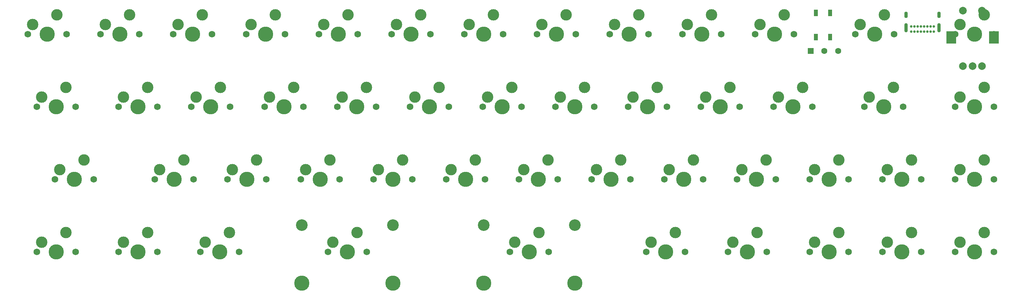
<source format=gts>
G04 #@! TF.GenerationSoftware,KiCad,Pcbnew,(6.0.1)*
G04 #@! TF.CreationDate,2022-02-08T20:19:43+09:00*
G04 #@! TF.ProjectId,PCB_design_try,5043425f-6465-4736-9967-6e5f7472792e,rev?*
G04 #@! TF.SameCoordinates,Original*
G04 #@! TF.FileFunction,Soldermask,Top*
G04 #@! TF.FilePolarity,Negative*
%FSLAX46Y46*%
G04 Gerber Fmt 4.6, Leading zero omitted, Abs format (unit mm)*
G04 Created by KiCad (PCBNEW (6.0.1)) date 2022-02-08 20:19:43*
%MOMM*%
%LPD*%
G01*
G04 APERTURE LIST*
G04 Aperture macros list*
%AMRoundRect*
0 Rectangle with rounded corners*
0 $1 Rounding radius*
0 $2 $3 $4 $5 $6 $7 $8 $9 X,Y pos of 4 corners*
0 Add a 4 corners polygon primitive as box body*
4,1,4,$2,$3,$4,$5,$6,$7,$8,$9,$2,$3,0*
0 Add four circle primitives for the rounded corners*
1,1,$1+$1,$2,$3*
1,1,$1+$1,$4,$5*
1,1,$1+$1,$6,$7*
1,1,$1+$1,$8,$9*
0 Add four rect primitives between the rounded corners*
20,1,$1+$1,$2,$3,$4,$5,0*
20,1,$1+$1,$4,$5,$6,$7,0*
20,1,$1+$1,$6,$7,$8,$9,0*
20,1,$1+$1,$8,$9,$2,$3,0*%
G04 Aperture macros list end*
%ADD10C,3.000000*%
%ADD11C,3.987800*%
%ADD12C,1.750000*%
%ADD13C,3.048000*%
%ADD14C,0.650000*%
%ADD15O,0.900000X1.700000*%
%ADD16O,0.900000X2.400000*%
%ADD17R,1.000000X1.700000*%
%ADD18RoundRect,0.250000X-0.550000X-0.550000X0.550000X-0.550000X0.550000X0.550000X-0.550000X0.550000X0*%
%ADD19C,1.600000*%
%ADD20C,2.000000*%
%ADD21R,2.500000X3.200000*%
G04 APERTURE END LIST*
D10*
X112215000Y-78228750D03*
D11*
X109675000Y-83308750D03*
D10*
X105865000Y-80768750D03*
D12*
X104595000Y-83308750D03*
X114755000Y-83308750D03*
D13*
X121613000Y-76323750D03*
X97737000Y-76323750D03*
D11*
X121613000Y-91563750D03*
X97737000Y-91563750D03*
D14*
X257375000Y-25456250D03*
X258225000Y-25456250D03*
X259075000Y-25456250D03*
X259925000Y-25456250D03*
X260775000Y-25456250D03*
X261625000Y-25456250D03*
X262475000Y-25456250D03*
X263325000Y-25456250D03*
X263330000Y-24131250D03*
X262480000Y-24131250D03*
X261630000Y-24131250D03*
X260780000Y-24131250D03*
X259930000Y-24131250D03*
X259080000Y-24131250D03*
X258230000Y-24131250D03*
X257375000Y-24131250D03*
D15*
X264675000Y-21096250D03*
D16*
X264675000Y-24476250D03*
X256025000Y-24476250D03*
D15*
X256025000Y-21096250D03*
D17*
X236166250Y-20593750D03*
X236166250Y-26893750D03*
X232366250Y-26893750D03*
X232366250Y-20593750D03*
D18*
X231026250Y-30553750D03*
D19*
X234626250Y-30553750D03*
X238226250Y-30553750D03*
D10*
X159840000Y-78228750D03*
D11*
X157300000Y-83308750D03*
D10*
X153490000Y-80768750D03*
D12*
X152220000Y-83308750D03*
X162380000Y-83308750D03*
D13*
X169238000Y-76323750D03*
X145362000Y-76323750D03*
D11*
X169238000Y-91563750D03*
X145362000Y-91563750D03*
D10*
X147933750Y-21078750D03*
D11*
X145393750Y-26158750D03*
D10*
X141583750Y-23618750D03*
D12*
X140313750Y-26158750D03*
X150473750Y-26158750D03*
D20*
X270946250Y-34513750D03*
X273446250Y-34513750D03*
X275946250Y-34513750D03*
D21*
X267846250Y-27013750D03*
X279046250Y-27013750D03*
D20*
X270946250Y-20013750D03*
X275946250Y-20013750D03*
D10*
X257471250Y-78263750D03*
D11*
X254931250Y-83343750D03*
D10*
X251121250Y-80803750D03*
D12*
X249851250Y-83343750D03*
X260011250Y-83343750D03*
D10*
X257471250Y-59178750D03*
D11*
X254931250Y-64258750D03*
D10*
X251121250Y-61718750D03*
D12*
X249851250Y-64258750D03*
X260011250Y-64258750D03*
X255248750Y-45208750D03*
X245088750Y-45208750D03*
D10*
X246358750Y-42668750D03*
D11*
X250168750Y-45208750D03*
D10*
X252708750Y-40128750D03*
X250327500Y-21078750D03*
D11*
X247787500Y-26158750D03*
D10*
X243977500Y-23618750D03*
D12*
X242707500Y-26158750D03*
X252867500Y-26158750D03*
D10*
X228896250Y-40128750D03*
D11*
X226356250Y-45208750D03*
D10*
X222546250Y-42668750D03*
D12*
X221276250Y-45208750D03*
X231436250Y-45208750D03*
D10*
X216990000Y-78228750D03*
D11*
X214450000Y-83308750D03*
D10*
X210640000Y-80768750D03*
D12*
X209370000Y-83308750D03*
X219530000Y-83308750D03*
D10*
X190796250Y-40128750D03*
D11*
X188256250Y-45208750D03*
D10*
X184446250Y-42668750D03*
D12*
X183176250Y-45208750D03*
X193336250Y-45208750D03*
D10*
X166983750Y-21078750D03*
D11*
X164443750Y-26158750D03*
D10*
X160633750Y-23618750D03*
D12*
X159363750Y-26158750D03*
X169523750Y-26158750D03*
D10*
X109833750Y-21078750D03*
D11*
X107293750Y-26158750D03*
D10*
X103483750Y-23618750D03*
D12*
X102213750Y-26158750D03*
X112373750Y-26158750D03*
D10*
X90783750Y-21078750D03*
D11*
X88243750Y-26158750D03*
D10*
X84433750Y-23618750D03*
D12*
X83163750Y-26158750D03*
X93323750Y-26158750D03*
D10*
X78740000Y-78263750D03*
D11*
X76200000Y-83343750D03*
D10*
X72390000Y-80803750D03*
D12*
X71120000Y-83343750D03*
X81280000Y-83343750D03*
D10*
X52546250Y-21113750D03*
D11*
X50006250Y-26193750D03*
D10*
X46196250Y-23653750D03*
D12*
X44926250Y-26193750D03*
X55086250Y-26193750D03*
D10*
X35877500Y-40163750D03*
D12*
X38417500Y-45243750D03*
D11*
X33337500Y-45243750D03*
D10*
X29527500Y-42703750D03*
D12*
X28257500Y-45243750D03*
X43180000Y-64293750D03*
X33020000Y-64293750D03*
D11*
X38100000Y-64293750D03*
D10*
X40640000Y-59213750D03*
X34290000Y-61753750D03*
D12*
X183811250Y-64258750D03*
D11*
X178731250Y-64258750D03*
D10*
X181271250Y-59178750D03*
X174921250Y-61718750D03*
D12*
X173651250Y-64258750D03*
D10*
X117771250Y-61718750D03*
D12*
X126661250Y-64258750D03*
D10*
X124121250Y-59178750D03*
D11*
X121581250Y-64258750D03*
D12*
X116501250Y-64258750D03*
X279061250Y-45243750D03*
D11*
X273981250Y-45243750D03*
D12*
X268901250Y-45243750D03*
D10*
X276521250Y-40163750D03*
X270171250Y-42703750D03*
X50958750Y-80803750D03*
D11*
X54768750Y-83343750D03*
D10*
X57308750Y-78263750D03*
D12*
X59848750Y-83343750D03*
X49688750Y-83343750D03*
X28257500Y-83343750D03*
D11*
X33337500Y-83343750D03*
D12*
X38417500Y-83343750D03*
D10*
X29527500Y-80803750D03*
X35877500Y-78263750D03*
D12*
X36036250Y-26193750D03*
D11*
X30956250Y-26193750D03*
D12*
X25876250Y-26193750D03*
D10*
X33496250Y-21113750D03*
X27146250Y-23653750D03*
X195558750Y-78228750D03*
D11*
X193018750Y-83308750D03*
D10*
X189208750Y-80768750D03*
D12*
X198098750Y-83308750D03*
X187938750Y-83308750D03*
D10*
X270171250Y-61718750D03*
D11*
X273981250Y-64258750D03*
D12*
X268901250Y-64258750D03*
X279061250Y-64258750D03*
D10*
X276521250Y-59178750D03*
D12*
X268901250Y-26193750D03*
X279061250Y-26193750D03*
D11*
X273981250Y-26193750D03*
D10*
X276521250Y-21113750D03*
X270171250Y-23653750D03*
X60483750Y-61753750D03*
X66833750Y-59213750D03*
D12*
X59213750Y-64293750D03*
D11*
X64293750Y-64293750D03*
D12*
X69373750Y-64293750D03*
D10*
X85883750Y-59213750D03*
D11*
X83343750Y-64293750D03*
D12*
X78263750Y-64293750D03*
X88423750Y-64293750D03*
D10*
X79533750Y-61753750D03*
D12*
X230801250Y-83308750D03*
D10*
X232071250Y-80768750D03*
D12*
X240961250Y-83308750D03*
D11*
X235881250Y-83308750D03*
D10*
X238421250Y-78228750D03*
X128883750Y-21078750D03*
D12*
X121263750Y-26158750D03*
X131423750Y-26158750D03*
D11*
X126343750Y-26158750D03*
D10*
X122533750Y-23618750D03*
X89196250Y-42668750D03*
D12*
X98086250Y-45208750D03*
D11*
X93006250Y-45208750D03*
D10*
X95546250Y-40128750D03*
D12*
X87926250Y-45208750D03*
X68738750Y-45243750D03*
D10*
X70008750Y-42703750D03*
D12*
X78898750Y-45243750D03*
D11*
X73818750Y-45243750D03*
D10*
X76358750Y-40163750D03*
X203496250Y-42668750D03*
X209846250Y-40128750D03*
D12*
X202226250Y-45208750D03*
D11*
X207306250Y-45208750D03*
D12*
X212386250Y-45208750D03*
D10*
X213021250Y-61718750D03*
D12*
X211751250Y-64258750D03*
D10*
X219371250Y-59178750D03*
D12*
X221911250Y-64258750D03*
D11*
X216831250Y-64258750D03*
D12*
X145711250Y-64258750D03*
D11*
X140631250Y-64258750D03*
D10*
X136821250Y-61718750D03*
D12*
X135551250Y-64258750D03*
D10*
X143171250Y-59178750D03*
D12*
X188573750Y-26158750D03*
X178413750Y-26158750D03*
D11*
X183493750Y-26158750D03*
D10*
X179683750Y-23618750D03*
X186033750Y-21078750D03*
D12*
X207623750Y-26158750D03*
D10*
X205083750Y-21078750D03*
D11*
X202543750Y-26158750D03*
D12*
X197463750Y-26158750D03*
D10*
X198733750Y-23618750D03*
X238421250Y-59178750D03*
D12*
X240961250Y-64258750D03*
D11*
X235881250Y-64258750D03*
D12*
X230801250Y-64258750D03*
D10*
X232071250Y-61718750D03*
D11*
X273981250Y-83343750D03*
D12*
X279061250Y-83343750D03*
D10*
X276521250Y-78263750D03*
X270171250Y-80803750D03*
D12*
X268901250Y-83343750D03*
D10*
X50958750Y-42703750D03*
D12*
X49688750Y-45243750D03*
X59848750Y-45243750D03*
D10*
X57308750Y-40163750D03*
D11*
X54768750Y-45243750D03*
D12*
X226673750Y-26158750D03*
D10*
X217783750Y-23618750D03*
X224133750Y-21078750D03*
D11*
X221593750Y-26158750D03*
D12*
X216513750Y-26158750D03*
X145076250Y-45208750D03*
D10*
X152696250Y-40128750D03*
D12*
X155236250Y-45208750D03*
D11*
X150156250Y-45208750D03*
D10*
X146346250Y-42668750D03*
X127296250Y-42668750D03*
D12*
X126026250Y-45208750D03*
D11*
X131106250Y-45208750D03*
D12*
X136186250Y-45208750D03*
D10*
X133646250Y-40128750D03*
D11*
X197781250Y-64258750D03*
D12*
X192701250Y-64258750D03*
X202861250Y-64258750D03*
D10*
X193971250Y-61718750D03*
X200321250Y-59178750D03*
D12*
X164126250Y-45208750D03*
D11*
X169206250Y-45208750D03*
D10*
X171746250Y-40128750D03*
X165396250Y-42668750D03*
D12*
X174286250Y-45208750D03*
X74136250Y-26193750D03*
D10*
X65246250Y-23653750D03*
D11*
X69056250Y-26193750D03*
D10*
X71596250Y-21113750D03*
D12*
X63976250Y-26193750D03*
D10*
X105071250Y-59178750D03*
X98721250Y-61718750D03*
D12*
X107611250Y-64258750D03*
X97451250Y-64258750D03*
D11*
X102531250Y-64258750D03*
D10*
X108246250Y-42668750D03*
D11*
X112056250Y-45208750D03*
D12*
X117136250Y-45208750D03*
D10*
X114596250Y-40128750D03*
D12*
X106976250Y-45208750D03*
D11*
X159681250Y-64258750D03*
D10*
X155871250Y-61718750D03*
X162221250Y-59178750D03*
D12*
X154601250Y-64258750D03*
X164761250Y-64258750D03*
M02*

</source>
